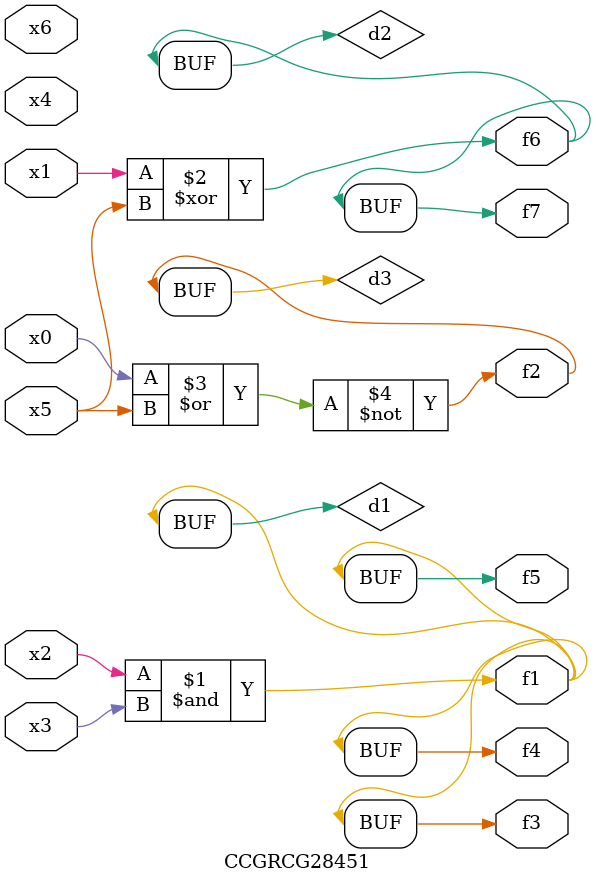
<source format=v>
module CCGRCG28451(
	input x0, x1, x2, x3, x4, x5, x6,
	output f1, f2, f3, f4, f5, f6, f7
);

	wire d1, d2, d3;

	and (d1, x2, x3);
	xor (d2, x1, x5);
	nor (d3, x0, x5);
	assign f1 = d1;
	assign f2 = d3;
	assign f3 = d1;
	assign f4 = d1;
	assign f5 = d1;
	assign f6 = d2;
	assign f7 = d2;
endmodule

</source>
